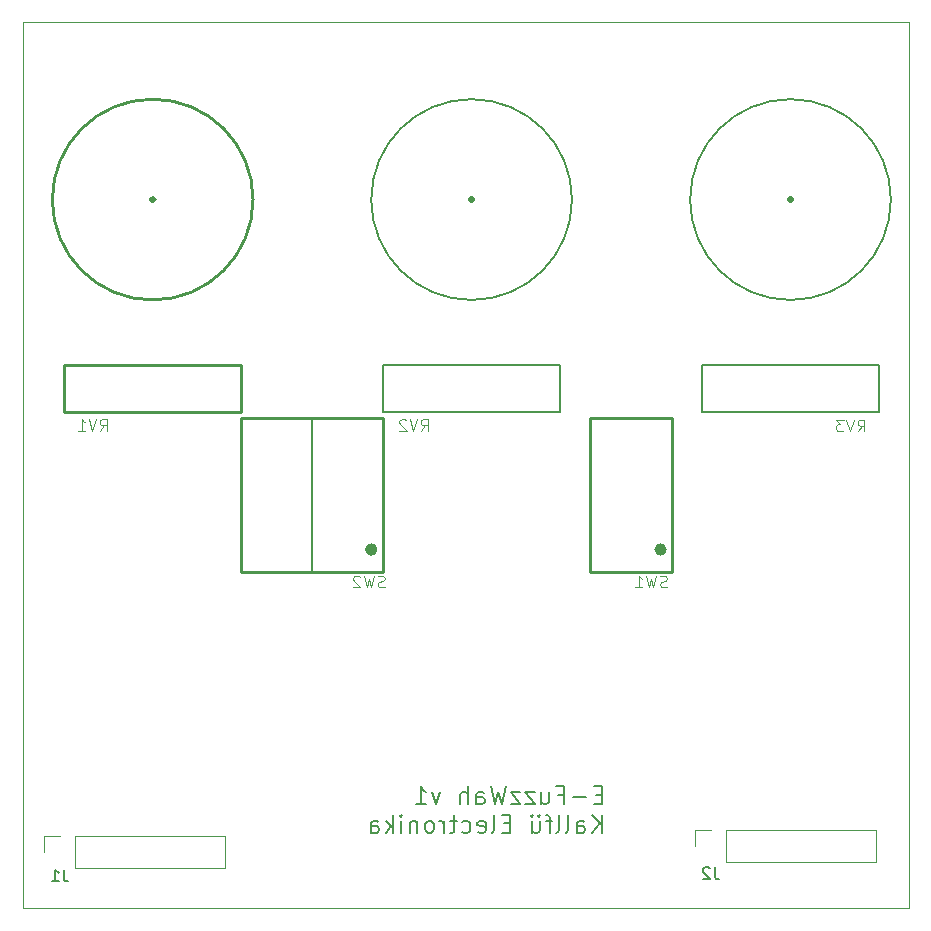
<source format=gbo>
%TF.GenerationSoftware,KiCad,Pcbnew,9.0.0*%
%TF.CreationDate,2025-04-03T11:11:53-03:00*%
%TF.ProjectId,FuzzWah,46757a7a-5761-4682-9e6b-696361645f70,rev?*%
%TF.SameCoordinates,Original*%
%TF.FileFunction,Legend,Bot*%
%TF.FilePolarity,Positive*%
%FSLAX46Y46*%
G04 Gerber Fmt 4.6, Leading zero omitted, Abs format (unit mm)*
G04 Created by KiCad (PCBNEW 9.0.0) date 2025-04-03 11:11:53*
%MOMM*%
%LPD*%
G01*
G04 APERTURE LIST*
%ADD10C,0.150000*%
%ADD11C,0.100000*%
%ADD12C,0.250000*%
%ADD13C,0.550000*%
%ADD14C,0.200000*%
%ADD15C,0.325000*%
%ADD16C,0.120000*%
%TA.AperFunction,Profile*%
%ADD17C,0.100000*%
%TD*%
G04 APERTURE END LIST*
D10*
X86044173Y-105407998D02*
X85544173Y-105407998D01*
X85329887Y-106193712D02*
X86044173Y-106193712D01*
X86044173Y-106193712D02*
X86044173Y-104693712D01*
X86044173Y-104693712D02*
X85329887Y-104693712D01*
X84687030Y-105622284D02*
X83544173Y-105622284D01*
X82329887Y-105407998D02*
X82829887Y-105407998D01*
X82829887Y-106193712D02*
X82829887Y-104693712D01*
X82829887Y-104693712D02*
X82115601Y-104693712D01*
X80901316Y-105193712D02*
X80901316Y-106193712D01*
X81544173Y-105193712D02*
X81544173Y-105979426D01*
X81544173Y-105979426D02*
X81472744Y-106122284D01*
X81472744Y-106122284D02*
X81329887Y-106193712D01*
X81329887Y-106193712D02*
X81115601Y-106193712D01*
X81115601Y-106193712D02*
X80972744Y-106122284D01*
X80972744Y-106122284D02*
X80901316Y-106050855D01*
X80329887Y-105193712D02*
X79544173Y-105193712D01*
X79544173Y-105193712D02*
X80329887Y-106193712D01*
X80329887Y-106193712D02*
X79544173Y-106193712D01*
X79115601Y-105193712D02*
X78329887Y-105193712D01*
X78329887Y-105193712D02*
X79115601Y-106193712D01*
X79115601Y-106193712D02*
X78329887Y-106193712D01*
X77901315Y-104693712D02*
X77544172Y-106193712D01*
X77544172Y-106193712D02*
X77258458Y-105122284D01*
X77258458Y-105122284D02*
X76972743Y-106193712D01*
X76972743Y-106193712D02*
X76615601Y-104693712D01*
X75401315Y-106193712D02*
X75401315Y-105407998D01*
X75401315Y-105407998D02*
X75472743Y-105265141D01*
X75472743Y-105265141D02*
X75615600Y-105193712D01*
X75615600Y-105193712D02*
X75901315Y-105193712D01*
X75901315Y-105193712D02*
X76044172Y-105265141D01*
X75401315Y-106122284D02*
X75544172Y-106193712D01*
X75544172Y-106193712D02*
X75901315Y-106193712D01*
X75901315Y-106193712D02*
X76044172Y-106122284D01*
X76044172Y-106122284D02*
X76115600Y-105979426D01*
X76115600Y-105979426D02*
X76115600Y-105836569D01*
X76115600Y-105836569D02*
X76044172Y-105693712D01*
X76044172Y-105693712D02*
X75901315Y-105622284D01*
X75901315Y-105622284D02*
X75544172Y-105622284D01*
X75544172Y-105622284D02*
X75401315Y-105550855D01*
X74687029Y-106193712D02*
X74687029Y-104693712D01*
X74044172Y-106193712D02*
X74044172Y-105407998D01*
X74044172Y-105407998D02*
X74115600Y-105265141D01*
X74115600Y-105265141D02*
X74258457Y-105193712D01*
X74258457Y-105193712D02*
X74472743Y-105193712D01*
X74472743Y-105193712D02*
X74615600Y-105265141D01*
X74615600Y-105265141D02*
X74687029Y-105336569D01*
X72329886Y-105193712D02*
X71972743Y-106193712D01*
X71972743Y-106193712D02*
X71615600Y-105193712D01*
X70258457Y-106193712D02*
X71115600Y-106193712D01*
X70687029Y-106193712D02*
X70687029Y-104693712D01*
X70687029Y-104693712D02*
X70829886Y-104907998D01*
X70829886Y-104907998D02*
X70972743Y-105050855D01*
X70972743Y-105050855D02*
X71115600Y-105122284D01*
X86044173Y-108608628D02*
X86044173Y-107108628D01*
X85187030Y-108608628D02*
X85829887Y-107751485D01*
X85187030Y-107108628D02*
X86044173Y-107965771D01*
X83901316Y-108608628D02*
X83901316Y-107822914D01*
X83901316Y-107822914D02*
X83972744Y-107680057D01*
X83972744Y-107680057D02*
X84115601Y-107608628D01*
X84115601Y-107608628D02*
X84401316Y-107608628D01*
X84401316Y-107608628D02*
X84544173Y-107680057D01*
X83901316Y-108537200D02*
X84044173Y-108608628D01*
X84044173Y-108608628D02*
X84401316Y-108608628D01*
X84401316Y-108608628D02*
X84544173Y-108537200D01*
X84544173Y-108537200D02*
X84615601Y-108394342D01*
X84615601Y-108394342D02*
X84615601Y-108251485D01*
X84615601Y-108251485D02*
X84544173Y-108108628D01*
X84544173Y-108108628D02*
X84401316Y-108037200D01*
X84401316Y-108037200D02*
X84044173Y-108037200D01*
X84044173Y-108037200D02*
X83901316Y-107965771D01*
X82972744Y-108608628D02*
X83115601Y-108537200D01*
X83115601Y-108537200D02*
X83187030Y-108394342D01*
X83187030Y-108394342D02*
X83187030Y-107108628D01*
X82187030Y-108608628D02*
X82329887Y-108537200D01*
X82329887Y-108537200D02*
X82401316Y-108394342D01*
X82401316Y-108394342D02*
X82401316Y-107108628D01*
X81829887Y-107608628D02*
X81258459Y-107608628D01*
X81615602Y-108608628D02*
X81615602Y-107322914D01*
X81615602Y-107322914D02*
X81544173Y-107180057D01*
X81544173Y-107180057D02*
X81401316Y-107108628D01*
X81401316Y-107108628D02*
X81258459Y-107108628D01*
X80115602Y-107608628D02*
X80115602Y-108608628D01*
X80758459Y-107608628D02*
X80758459Y-108394342D01*
X80758459Y-108394342D02*
X80687030Y-108537200D01*
X80687030Y-108537200D02*
X80544173Y-108608628D01*
X80544173Y-108608628D02*
X80329887Y-108608628D01*
X80329887Y-108608628D02*
X80187030Y-108537200D01*
X80187030Y-108537200D02*
X80115602Y-108465771D01*
X80687030Y-107108628D02*
X80615602Y-107180057D01*
X80615602Y-107180057D02*
X80687030Y-107251485D01*
X80687030Y-107251485D02*
X80758459Y-107180057D01*
X80758459Y-107180057D02*
X80687030Y-107108628D01*
X80687030Y-107108628D02*
X80687030Y-107251485D01*
X80115602Y-107108628D02*
X80044173Y-107180057D01*
X80044173Y-107180057D02*
X80115602Y-107251485D01*
X80115602Y-107251485D02*
X80187030Y-107180057D01*
X80187030Y-107180057D02*
X80115602Y-107108628D01*
X80115602Y-107108628D02*
X80115602Y-107251485D01*
X78258459Y-107822914D02*
X77758459Y-107822914D01*
X77544173Y-108608628D02*
X78258459Y-108608628D01*
X78258459Y-108608628D02*
X78258459Y-107108628D01*
X78258459Y-107108628D02*
X77544173Y-107108628D01*
X76687030Y-108608628D02*
X76829887Y-108537200D01*
X76829887Y-108537200D02*
X76901316Y-108394342D01*
X76901316Y-108394342D02*
X76901316Y-107108628D01*
X75544173Y-108537200D02*
X75687030Y-108608628D01*
X75687030Y-108608628D02*
X75972745Y-108608628D01*
X75972745Y-108608628D02*
X76115602Y-108537200D01*
X76115602Y-108537200D02*
X76187030Y-108394342D01*
X76187030Y-108394342D02*
X76187030Y-107822914D01*
X76187030Y-107822914D02*
X76115602Y-107680057D01*
X76115602Y-107680057D02*
X75972745Y-107608628D01*
X75972745Y-107608628D02*
X75687030Y-107608628D01*
X75687030Y-107608628D02*
X75544173Y-107680057D01*
X75544173Y-107680057D02*
X75472745Y-107822914D01*
X75472745Y-107822914D02*
X75472745Y-107965771D01*
X75472745Y-107965771D02*
X76187030Y-108108628D01*
X74187031Y-108537200D02*
X74329888Y-108608628D01*
X74329888Y-108608628D02*
X74615602Y-108608628D01*
X74615602Y-108608628D02*
X74758459Y-108537200D01*
X74758459Y-108537200D02*
X74829888Y-108465771D01*
X74829888Y-108465771D02*
X74901316Y-108322914D01*
X74901316Y-108322914D02*
X74901316Y-107894342D01*
X74901316Y-107894342D02*
X74829888Y-107751485D01*
X74829888Y-107751485D02*
X74758459Y-107680057D01*
X74758459Y-107680057D02*
X74615602Y-107608628D01*
X74615602Y-107608628D02*
X74329888Y-107608628D01*
X74329888Y-107608628D02*
X74187031Y-107680057D01*
X73758459Y-107608628D02*
X73187031Y-107608628D01*
X73544174Y-107108628D02*
X73544174Y-108394342D01*
X73544174Y-108394342D02*
X73472745Y-108537200D01*
X73472745Y-108537200D02*
X73329888Y-108608628D01*
X73329888Y-108608628D02*
X73187031Y-108608628D01*
X72687031Y-108608628D02*
X72687031Y-107608628D01*
X72687031Y-107894342D02*
X72615602Y-107751485D01*
X72615602Y-107751485D02*
X72544174Y-107680057D01*
X72544174Y-107680057D02*
X72401316Y-107608628D01*
X72401316Y-107608628D02*
X72258459Y-107608628D01*
X71544174Y-108608628D02*
X71687031Y-108537200D01*
X71687031Y-108537200D02*
X71758460Y-108465771D01*
X71758460Y-108465771D02*
X71829888Y-108322914D01*
X71829888Y-108322914D02*
X71829888Y-107894342D01*
X71829888Y-107894342D02*
X71758460Y-107751485D01*
X71758460Y-107751485D02*
X71687031Y-107680057D01*
X71687031Y-107680057D02*
X71544174Y-107608628D01*
X71544174Y-107608628D02*
X71329888Y-107608628D01*
X71329888Y-107608628D02*
X71187031Y-107680057D01*
X71187031Y-107680057D02*
X71115603Y-107751485D01*
X71115603Y-107751485D02*
X71044174Y-107894342D01*
X71044174Y-107894342D02*
X71044174Y-108322914D01*
X71044174Y-108322914D02*
X71115603Y-108465771D01*
X71115603Y-108465771D02*
X71187031Y-108537200D01*
X71187031Y-108537200D02*
X71329888Y-108608628D01*
X71329888Y-108608628D02*
X71544174Y-108608628D01*
X70401317Y-107608628D02*
X70401317Y-108608628D01*
X70401317Y-107751485D02*
X70329888Y-107680057D01*
X70329888Y-107680057D02*
X70187031Y-107608628D01*
X70187031Y-107608628D02*
X69972745Y-107608628D01*
X69972745Y-107608628D02*
X69829888Y-107680057D01*
X69829888Y-107680057D02*
X69758460Y-107822914D01*
X69758460Y-107822914D02*
X69758460Y-108608628D01*
X69044174Y-108608628D02*
X69044174Y-107608628D01*
X69044174Y-107108628D02*
X69115602Y-107180057D01*
X69115602Y-107180057D02*
X69044174Y-107251485D01*
X69044174Y-107251485D02*
X68972745Y-107180057D01*
X68972745Y-107180057D02*
X69044174Y-107108628D01*
X69044174Y-107108628D02*
X69044174Y-107251485D01*
X68329888Y-108608628D02*
X68329888Y-107108628D01*
X68187031Y-108037200D02*
X67758459Y-108608628D01*
X67758459Y-107608628D02*
X68329888Y-108180057D01*
X66472745Y-108608628D02*
X66472745Y-107822914D01*
X66472745Y-107822914D02*
X66544173Y-107680057D01*
X66544173Y-107680057D02*
X66687030Y-107608628D01*
X66687030Y-107608628D02*
X66972745Y-107608628D01*
X66972745Y-107608628D02*
X67115602Y-107680057D01*
X66472745Y-108537200D02*
X66615602Y-108608628D01*
X66615602Y-108608628D02*
X66972745Y-108608628D01*
X66972745Y-108608628D02*
X67115602Y-108537200D01*
X67115602Y-108537200D02*
X67187030Y-108394342D01*
X67187030Y-108394342D02*
X67187030Y-108251485D01*
X67187030Y-108251485D02*
X67115602Y-108108628D01*
X67115602Y-108108628D02*
X66972745Y-108037200D01*
X66972745Y-108037200D02*
X66615602Y-108037200D01*
X66615602Y-108037200D02*
X66472745Y-107965771D01*
D11*
X67627332Y-87785800D02*
X67484475Y-87833419D01*
X67484475Y-87833419D02*
X67246380Y-87833419D01*
X67246380Y-87833419D02*
X67151142Y-87785800D01*
X67151142Y-87785800D02*
X67103523Y-87738180D01*
X67103523Y-87738180D02*
X67055904Y-87642942D01*
X67055904Y-87642942D02*
X67055904Y-87547704D01*
X67055904Y-87547704D02*
X67103523Y-87452466D01*
X67103523Y-87452466D02*
X67151142Y-87404847D01*
X67151142Y-87404847D02*
X67246380Y-87357228D01*
X67246380Y-87357228D02*
X67436856Y-87309609D01*
X67436856Y-87309609D02*
X67532094Y-87261990D01*
X67532094Y-87261990D02*
X67579713Y-87214371D01*
X67579713Y-87214371D02*
X67627332Y-87119133D01*
X67627332Y-87119133D02*
X67627332Y-87023895D01*
X67627332Y-87023895D02*
X67579713Y-86928657D01*
X67579713Y-86928657D02*
X67532094Y-86881038D01*
X67532094Y-86881038D02*
X67436856Y-86833419D01*
X67436856Y-86833419D02*
X67198761Y-86833419D01*
X67198761Y-86833419D02*
X67055904Y-86881038D01*
X66722570Y-86833419D02*
X66484475Y-87833419D01*
X66484475Y-87833419D02*
X66293999Y-87119133D01*
X66293999Y-87119133D02*
X66103523Y-87833419D01*
X66103523Y-87833419D02*
X65865428Y-86833419D01*
X65532094Y-86928657D02*
X65484475Y-86881038D01*
X65484475Y-86881038D02*
X65389237Y-86833419D01*
X65389237Y-86833419D02*
X65151142Y-86833419D01*
X65151142Y-86833419D02*
X65055904Y-86881038D01*
X65055904Y-86881038D02*
X65008285Y-86928657D01*
X65008285Y-86928657D02*
X64960666Y-87023895D01*
X64960666Y-87023895D02*
X64960666Y-87119133D01*
X64960666Y-87119133D02*
X65008285Y-87261990D01*
X65008285Y-87261990D02*
X65579713Y-87833419D01*
X65579713Y-87833419D02*
X64960666Y-87833419D01*
X107681638Y-74625419D02*
X108014971Y-74149228D01*
X108253066Y-74625419D02*
X108253066Y-73625419D01*
X108253066Y-73625419D02*
X107872114Y-73625419D01*
X107872114Y-73625419D02*
X107776876Y-73673038D01*
X107776876Y-73673038D02*
X107729257Y-73720657D01*
X107729257Y-73720657D02*
X107681638Y-73815895D01*
X107681638Y-73815895D02*
X107681638Y-73958752D01*
X107681638Y-73958752D02*
X107729257Y-74053990D01*
X107729257Y-74053990D02*
X107776876Y-74101609D01*
X107776876Y-74101609D02*
X107872114Y-74149228D01*
X107872114Y-74149228D02*
X108253066Y-74149228D01*
X107395923Y-73625419D02*
X107062590Y-74625419D01*
X107062590Y-74625419D02*
X106729257Y-73625419D01*
X106491161Y-73625419D02*
X105872114Y-73625419D01*
X105872114Y-73625419D02*
X106205447Y-74006371D01*
X106205447Y-74006371D02*
X106062590Y-74006371D01*
X106062590Y-74006371D02*
X105967352Y-74053990D01*
X105967352Y-74053990D02*
X105919733Y-74101609D01*
X105919733Y-74101609D02*
X105872114Y-74196847D01*
X105872114Y-74196847D02*
X105872114Y-74434942D01*
X105872114Y-74434942D02*
X105919733Y-74530180D01*
X105919733Y-74530180D02*
X105967352Y-74577800D01*
X105967352Y-74577800D02*
X106062590Y-74625419D01*
X106062590Y-74625419D02*
X106348304Y-74625419D01*
X106348304Y-74625419D02*
X106443542Y-74577800D01*
X106443542Y-74577800D02*
X106491161Y-74530180D01*
X70699238Y-74574619D02*
X71032571Y-74098428D01*
X71270666Y-74574619D02*
X71270666Y-73574619D01*
X71270666Y-73574619D02*
X70889714Y-73574619D01*
X70889714Y-73574619D02*
X70794476Y-73622238D01*
X70794476Y-73622238D02*
X70746857Y-73669857D01*
X70746857Y-73669857D02*
X70699238Y-73765095D01*
X70699238Y-73765095D02*
X70699238Y-73907952D01*
X70699238Y-73907952D02*
X70746857Y-74003190D01*
X70746857Y-74003190D02*
X70794476Y-74050809D01*
X70794476Y-74050809D02*
X70889714Y-74098428D01*
X70889714Y-74098428D02*
X71270666Y-74098428D01*
X70413523Y-73574619D02*
X70080190Y-74574619D01*
X70080190Y-74574619D02*
X69746857Y-73574619D01*
X69461142Y-73669857D02*
X69413523Y-73622238D01*
X69413523Y-73622238D02*
X69318285Y-73574619D01*
X69318285Y-73574619D02*
X69080190Y-73574619D01*
X69080190Y-73574619D02*
X68984952Y-73622238D01*
X68984952Y-73622238D02*
X68937333Y-73669857D01*
X68937333Y-73669857D02*
X68889714Y-73765095D01*
X68889714Y-73765095D02*
X68889714Y-73860333D01*
X68889714Y-73860333D02*
X68937333Y-74003190D01*
X68937333Y-74003190D02*
X69508761Y-74574619D01*
X69508761Y-74574619D02*
X68889714Y-74574619D01*
D10*
X40465333Y-111722819D02*
X40465333Y-112437104D01*
X40465333Y-112437104D02*
X40512952Y-112579961D01*
X40512952Y-112579961D02*
X40608190Y-112675200D01*
X40608190Y-112675200D02*
X40751047Y-112722819D01*
X40751047Y-112722819D02*
X40846285Y-112722819D01*
X39465333Y-112722819D02*
X40036761Y-112722819D01*
X39751047Y-112722819D02*
X39751047Y-111722819D01*
X39751047Y-111722819D02*
X39846285Y-111865676D01*
X39846285Y-111865676D02*
X39941523Y-111960914D01*
X39941523Y-111960914D02*
X40036761Y-112008533D01*
X95583333Y-111537819D02*
X95583333Y-112252104D01*
X95583333Y-112252104D02*
X95630952Y-112394961D01*
X95630952Y-112394961D02*
X95726190Y-112490200D01*
X95726190Y-112490200D02*
X95869047Y-112537819D01*
X95869047Y-112537819D02*
X95964285Y-112537819D01*
X95154761Y-111633057D02*
X95107142Y-111585438D01*
X95107142Y-111585438D02*
X95011904Y-111537819D01*
X95011904Y-111537819D02*
X94773809Y-111537819D01*
X94773809Y-111537819D02*
X94678571Y-111585438D01*
X94678571Y-111585438D02*
X94630952Y-111633057D01*
X94630952Y-111633057D02*
X94583333Y-111728295D01*
X94583333Y-111728295D02*
X94583333Y-111823533D01*
X94583333Y-111823533D02*
X94630952Y-111966390D01*
X94630952Y-111966390D02*
X95202380Y-112537819D01*
X95202380Y-112537819D02*
X94583333Y-112537819D01*
D11*
X43521238Y-74574619D02*
X43854571Y-74098428D01*
X44092666Y-74574619D02*
X44092666Y-73574619D01*
X44092666Y-73574619D02*
X43711714Y-73574619D01*
X43711714Y-73574619D02*
X43616476Y-73622238D01*
X43616476Y-73622238D02*
X43568857Y-73669857D01*
X43568857Y-73669857D02*
X43521238Y-73765095D01*
X43521238Y-73765095D02*
X43521238Y-73907952D01*
X43521238Y-73907952D02*
X43568857Y-74003190D01*
X43568857Y-74003190D02*
X43616476Y-74050809D01*
X43616476Y-74050809D02*
X43711714Y-74098428D01*
X43711714Y-74098428D02*
X44092666Y-74098428D01*
X43235523Y-73574619D02*
X42902190Y-74574619D01*
X42902190Y-74574619D02*
X42568857Y-73574619D01*
X41711714Y-74574619D02*
X42283142Y-74574619D01*
X41997428Y-74574619D02*
X41997428Y-73574619D01*
X41997428Y-73574619D02*
X42092666Y-73717476D01*
X42092666Y-73717476D02*
X42187904Y-73812714D01*
X42187904Y-73812714D02*
X42283142Y-73860333D01*
X91541332Y-87785800D02*
X91398475Y-87833419D01*
X91398475Y-87833419D02*
X91160380Y-87833419D01*
X91160380Y-87833419D02*
X91065142Y-87785800D01*
X91065142Y-87785800D02*
X91017523Y-87738180D01*
X91017523Y-87738180D02*
X90969904Y-87642942D01*
X90969904Y-87642942D02*
X90969904Y-87547704D01*
X90969904Y-87547704D02*
X91017523Y-87452466D01*
X91017523Y-87452466D02*
X91065142Y-87404847D01*
X91065142Y-87404847D02*
X91160380Y-87357228D01*
X91160380Y-87357228D02*
X91350856Y-87309609D01*
X91350856Y-87309609D02*
X91446094Y-87261990D01*
X91446094Y-87261990D02*
X91493713Y-87214371D01*
X91493713Y-87214371D02*
X91541332Y-87119133D01*
X91541332Y-87119133D02*
X91541332Y-87023895D01*
X91541332Y-87023895D02*
X91493713Y-86928657D01*
X91493713Y-86928657D02*
X91446094Y-86881038D01*
X91446094Y-86881038D02*
X91350856Y-86833419D01*
X91350856Y-86833419D02*
X91112761Y-86833419D01*
X91112761Y-86833419D02*
X90969904Y-86881038D01*
X90636570Y-86833419D02*
X90398475Y-87833419D01*
X90398475Y-87833419D02*
X90207999Y-87119133D01*
X90207999Y-87119133D02*
X90017523Y-87833419D01*
X90017523Y-87833419D02*
X89779428Y-86833419D01*
X88874666Y-87833419D02*
X89446094Y-87833419D01*
X89160380Y-87833419D02*
X89160380Y-86833419D01*
X89160380Y-86833419D02*
X89255618Y-86976276D01*
X89255618Y-86976276D02*
X89350856Y-87071514D01*
X89350856Y-87071514D02*
X89446094Y-87119133D01*
D10*
%TO.C,SW2*%
X61500000Y-86500000D02*
X61500000Y-73500000D01*
D12*
X67500000Y-73500000D02*
X55500000Y-73500000D01*
X55500000Y-86500000D01*
X67500000Y-86500000D01*
X67500000Y-73500000D01*
D13*
X66775000Y-84630000D02*
G75*
G02*
X66225000Y-84630000I-275000J0D01*
G01*
X66225000Y-84630000D02*
G75*
G02*
X66775000Y-84630000I275000J0D01*
G01*
%TO.C,RV3*%
D14*
X109500000Y-69000000D02*
X94500000Y-69000000D01*
X94500000Y-73000000D01*
X109500000Y-73000000D01*
X109500000Y-69000000D01*
X110500000Y-55000000D02*
G75*
G02*
X93500000Y-55000000I-8500000J0D01*
G01*
X93500000Y-55000000D02*
G75*
G02*
X110500000Y-55000000I8500000J0D01*
G01*
D15*
X102162500Y-55000000D02*
G75*
G02*
X101837500Y-55000000I-162500J0D01*
G01*
X101837500Y-55000000D02*
G75*
G02*
X102162500Y-55000000I162500J0D01*
G01*
%TO.C,RV2*%
D14*
X82500000Y-69000000D02*
X67500000Y-69000000D01*
X67500000Y-73000000D01*
X82500000Y-73000000D01*
X82500000Y-69000000D01*
X83500000Y-55000000D02*
G75*
G02*
X66500000Y-55000000I-8500000J0D01*
G01*
X66500000Y-55000000D02*
G75*
G02*
X83500000Y-55000000I8500000J0D01*
G01*
D15*
X75162500Y-55000000D02*
G75*
G02*
X74837500Y-55000000I-162500J0D01*
G01*
X74837500Y-55000000D02*
G75*
G02*
X75162500Y-55000000I162500J0D01*
G01*
D16*
%TO.C,J1*%
X38802000Y-108906000D02*
X38802000Y-110236000D01*
X40132000Y-108906000D02*
X38802000Y-108906000D01*
X41402000Y-108906000D02*
X41402000Y-111566000D01*
X41402000Y-108906000D02*
X54162000Y-108906000D01*
X41402000Y-111566000D02*
X54162000Y-111566000D01*
X54162000Y-108906000D02*
X54162000Y-111566000D01*
%TO.C,J2*%
X93920000Y-108398000D02*
X93920000Y-109728000D01*
X95250000Y-108398000D02*
X93920000Y-108398000D01*
X96520000Y-108398000D02*
X96520000Y-111058000D01*
X96520000Y-108398000D02*
X109280000Y-108398000D01*
X96520000Y-111058000D02*
X109280000Y-111058000D01*
X109280000Y-108398000D02*
X109280000Y-111058000D01*
%TO.C,RV1*%
D12*
X55500000Y-69000000D02*
X40500000Y-69000000D01*
X40500000Y-73000000D01*
X55500000Y-73000000D01*
X55500000Y-69000000D01*
X56500000Y-55000000D02*
G75*
G02*
X39500000Y-55000000I-8500000J0D01*
G01*
X39500000Y-55000000D02*
G75*
G02*
X56500000Y-55000000I8500000J0D01*
G01*
D15*
X48162500Y-55000000D02*
G75*
G02*
X47837500Y-55000000I-162500J0D01*
G01*
X47837500Y-55000000D02*
G75*
G02*
X48162500Y-55000000I162500J0D01*
G01*
%TO.C,SW1*%
D12*
X92000000Y-73500000D02*
X85000000Y-73500000D01*
X85000000Y-86500000D01*
X92000000Y-86500000D01*
X92000000Y-73500000D01*
D13*
X91275000Y-84630000D02*
G75*
G02*
X90725000Y-84630000I-275000J0D01*
G01*
X90725000Y-84630000D02*
G75*
G02*
X91275000Y-84630000I275000J0D01*
G01*
%TD*%
D17*
X37000000Y-115000000D02*
X112000000Y-115000000D01*
X37000000Y-40000000D02*
X37000000Y-115000000D01*
X112000000Y-115000000D02*
X112000000Y-40000000D01*
X37000000Y-40000000D02*
X112000000Y-40000000D01*
M02*

</source>
